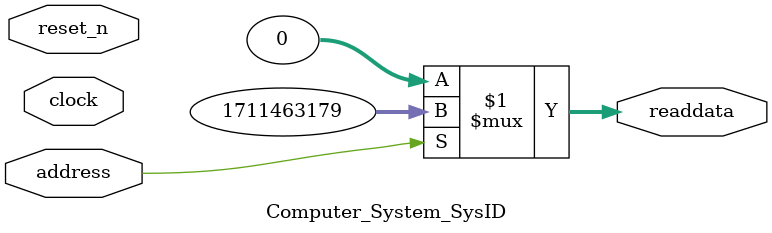
<source format=v>



// synthesis translate_off
`timescale 1ns / 1ps
// synthesis translate_on

// turn off superfluous verilog processor warnings 
// altera message_level Level1 
// altera message_off 10034 10035 10036 10037 10230 10240 10030 

module Computer_System_SysID (
               // inputs:
                address,
                clock,
                reset_n,

               // outputs:
                readdata
             )
;

  output  [ 31: 0] readdata;
  input            address;
  input            clock;
  input            reset_n;

  wire    [ 31: 0] readdata;
  //control_slave, which is an e_avalon_slave
  assign readdata = address ? 1711463179 : 0;

endmodule



</source>
